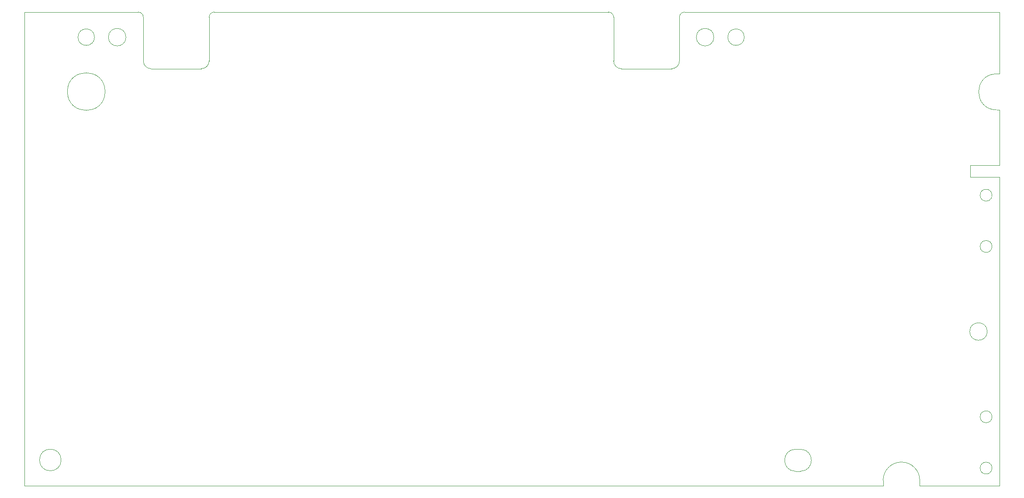
<source format=gm1>
G04 #@! TF.GenerationSoftware,KiCad,Pcbnew,7.0.2-0*
G04 #@! TF.CreationDate,2023-08-04T17:58:15+02:00*
G04 #@! TF.ProjectId,MegaCD,4d656761-4344-42e6-9b69-6361645f7063,rev?*
G04 #@! TF.SameCoordinates,Original*
G04 #@! TF.FileFunction,Profile,NP*
%FSLAX46Y46*%
G04 Gerber Fmt 4.6, Leading zero omitted, Abs format (unit mm)*
G04 Created by KiCad (PCBNEW 7.0.2-0) date 2023-08-04 17:58:15*
%MOMM*%
%LPD*%
G01*
G04 APERTURE LIST*
G04 #@! TA.AperFunction,Profile*
%ADD10C,0.100000*%
G04 #@! TD*
G04 APERTURE END LIST*
D10*
X45720000Y-45720000D02*
X67720000Y-45720000D01*
X234620000Y-45720000D02*
X234620000Y-57720000D01*
X234620000Y-57720000D02*
X234120000Y-57720000D01*
X212100000Y-137720000D02*
X212100000Y-136650000D01*
X70220000Y-56720000D02*
X79970000Y-56720000D01*
X179296800Y-50597569D02*
G75*
G03*
X179296800Y-50597569I-1700000J0D01*
G01*
X65352400Y-50596800D02*
G75*
G03*
X65352400Y-50596800I-1700000J0D01*
G01*
X234120000Y-64720000D02*
X234620000Y-64720000D01*
X233203230Y-124309885D02*
G75*
G03*
X233203230Y-124309885I-1150000J0D01*
G01*
X159870000Y-46720000D02*
X159870000Y-55220000D01*
X82470000Y-45720000D02*
G75*
G03*
X81470000Y-46720000I0J-1000000D01*
G01*
X233203230Y-91234515D02*
G75*
G03*
X233203230Y-91234515I-1150000J0D01*
G01*
X45720000Y-45720000D02*
X45720000Y-137720000D01*
X233203230Y-81280000D02*
G75*
G03*
X233203230Y-81280000I-1150000J0D01*
G01*
X185191200Y-50596800D02*
G75*
G03*
X185191200Y-50596800I-1600000J0D01*
G01*
X172620000Y-55220000D02*
X172620000Y-46720000D01*
X234120000Y-57720000D02*
G75*
G03*
X234120000Y-64720000I0J-3500000D01*
G01*
X196088000Y-130606800D02*
X195122800Y-130606800D01*
X196062600Y-134873981D02*
G75*
G03*
X196088000Y-130606801I-2600J2133681D01*
G01*
X173620000Y-45720000D02*
X234620000Y-45720000D01*
X219202000Y-137718800D02*
X234620000Y-137720000D01*
X68720000Y-46720000D02*
G75*
G03*
X67720000Y-45720000I-1000000J0D01*
G01*
X159870000Y-55220000D02*
G75*
G03*
X161370000Y-56720000I1500000J0D01*
G01*
X229006400Y-75488800D02*
X229006400Y-77720000D01*
X161370000Y-56720000D02*
X171120000Y-56720000D01*
X234620000Y-64720000D02*
X234620000Y-75488800D01*
X52798400Y-132689600D02*
G75*
G03*
X52798400Y-132689600I-2100000J0D01*
G01*
X59258000Y-50596800D02*
G75*
G03*
X59258000Y-50596800I-1600000J0D01*
G01*
X219202000Y-136650000D02*
G75*
G03*
X212100000Y-136650000I-3551000J3006D01*
G01*
X234620000Y-77720000D02*
X229006400Y-77720000D01*
X196062600Y-134874000D02*
X195097400Y-134874000D01*
X45720000Y-137720000D02*
X212100000Y-137720000D01*
X234620000Y-77720000D02*
X234620000Y-137720000D01*
X81470000Y-55220000D02*
X81470000Y-46720000D01*
X68720000Y-55220000D02*
G75*
G03*
X70220000Y-56720000I1500000J0D01*
G01*
X219202000Y-137718800D02*
X219202000Y-136650000D01*
X171120000Y-56720000D02*
G75*
G03*
X172620000Y-55220000I0J1500000D01*
G01*
X229006400Y-75488800D02*
X234620000Y-75488800D01*
X61308000Y-61163200D02*
G75*
G03*
X61308000Y-61163200I-3650000J0D01*
G01*
X68720000Y-46720000D02*
X68720000Y-55220000D01*
X173620000Y-45720000D02*
G75*
G03*
X172620000Y-46720000I0J-1000000D01*
G01*
X82470000Y-45720000D02*
X158870000Y-45720000D01*
X195122800Y-130606769D02*
G75*
G03*
X195097400Y-134873999I23600J-2133831D01*
G01*
X79970000Y-56720000D02*
G75*
G03*
X81470000Y-55220000I0J1500000D01*
G01*
X232281200Y-107746800D02*
G75*
G03*
X232281200Y-107746800I-1700000J0D01*
G01*
X159870000Y-46720000D02*
G75*
G03*
X158870000Y-45720000I-1000000J0D01*
G01*
X233203230Y-134264400D02*
G75*
G03*
X233203230Y-134264400I-1150000J0D01*
G01*
M02*

</source>
